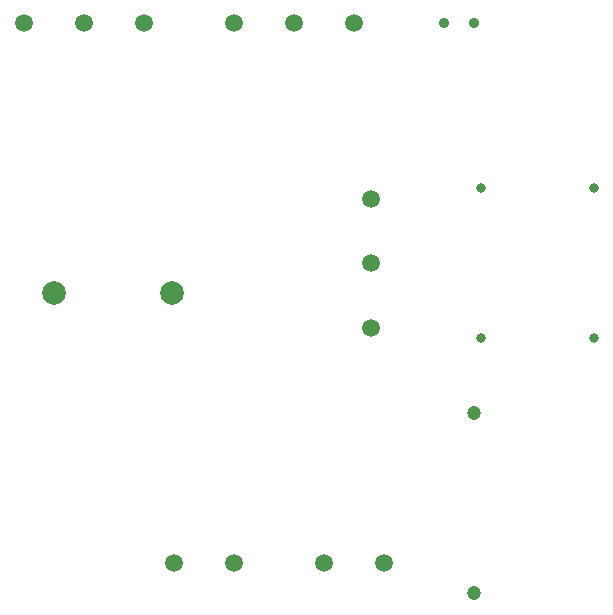
<source format=gbr>
%TF.GenerationSoftware,KiCad,Pcbnew,(6.0.9)*%
%TF.CreationDate,2022-12-04T20:19:32+11:00*%
%TF.ProjectId,Coilgun 1.3,436f696c-6775-46e2-9031-2e332e6b6963,1.3*%
%TF.SameCoordinates,Original*%
%TF.FileFunction,Plated,1,2,PTH,Drill*%
%TF.FilePolarity,Positive*%
%FSLAX46Y46*%
G04 Gerber Fmt 4.6, Leading zero omitted, Abs format (unit mm)*
G04 Created by KiCad (PCBNEW (6.0.9)) date 2022-12-04 20:19:32*
%MOMM*%
%LPD*%
G01*
G04 APERTURE LIST*
%TA.AperFunction,ComponentDrill*%
%ADD10C,0.800000*%
%TD*%
%TA.AperFunction,ComponentDrill*%
%ADD11C,0.900000*%
%TD*%
%TA.AperFunction,ComponentDrill*%
%ADD12C,1.200000*%
%TD*%
%TA.AperFunction,ComponentDrill*%
%ADD13C,1.500000*%
%TD*%
%TA.AperFunction,ComponentDrill*%
%ADD14C,1.520000*%
%TD*%
%TA.AperFunction,ComponentDrill*%
%ADD15C,2.000000*%
%TD*%
G04 APERTURE END LIST*
D10*
%TO.C,R1*%
X180975000Y-80010000D03*
X180975000Y-92710000D03*
%TO.C,R2*%
X190500000Y-80010000D03*
X190500000Y-92710000D03*
D11*
%TO.C,D1*%
X177800000Y-66040000D03*
X180340000Y-66040000D03*
D12*
%TO.C,D3*%
X180340000Y-99060000D03*
X180340000Y-114300000D03*
D13*
%TO.C,D2*%
X171630000Y-80910000D03*
X171630000Y-86360000D03*
X171630000Y-91810000D03*
D14*
%TO.C,J1*%
X142240000Y-66040000D03*
X147320000Y-66040000D03*
X152400000Y-66040000D03*
%TO.C,J3*%
X154940000Y-111760000D03*
%TO.C,J2*%
X160020000Y-66040000D03*
%TO.C,J3*%
X160020000Y-111760000D03*
%TO.C,J2*%
X165100000Y-66040000D03*
%TO.C,J4*%
X167640000Y-111760000D03*
%TO.C,J2*%
X170180000Y-66040000D03*
%TO.C,J4*%
X172720000Y-111760000D03*
D15*
%TO.C,C1*%
X144780000Y-88900000D03*
X154780000Y-88900000D03*
M02*

</source>
